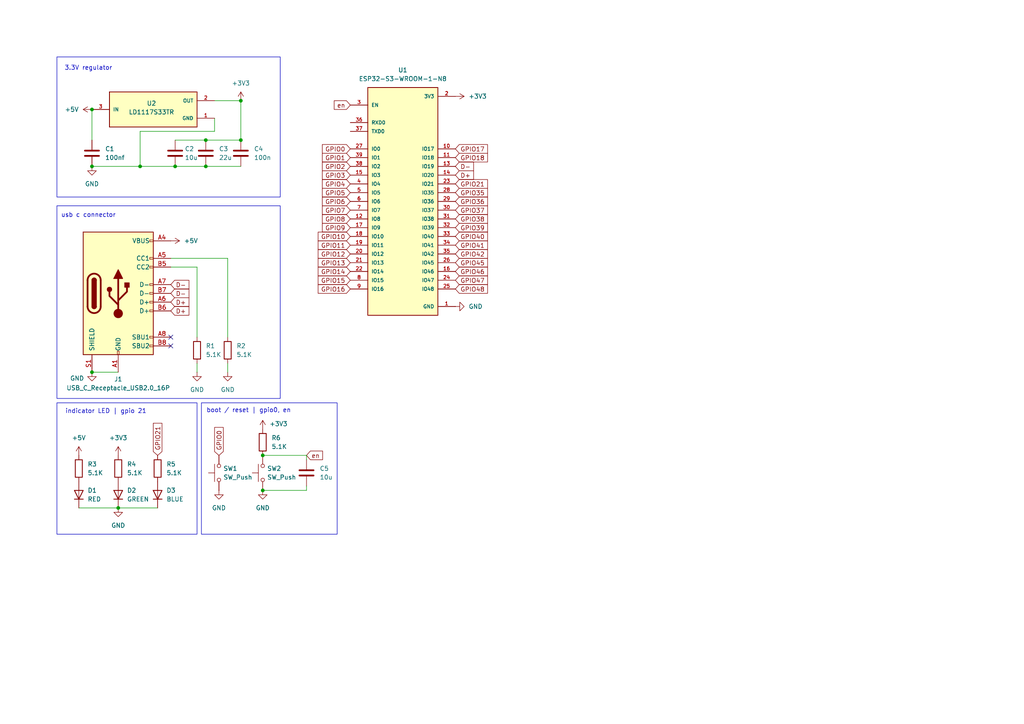
<source format=kicad_sch>
(kicad_sch (version 20250114) (generator "eeschema") (generator_version "9.0")
  (paper "A4")
  (lib_symbols
    (symbol "Connector:USB_C_Receptacle_USB2.0_16P" (pin_names (offset 1.016))
      (property "Reference" "J" (at 0 22.225 0))
      (property "Value" "USB_C_Receptacle_USB2.0_16P" (at 0 19.685 0))
      (symbol "USB_C_Receptacle_USB2.0_16P_0_0"
        (rectangle (start -0.254 -17.78) (end 0.254 -16.764))
        (rectangle (start 10.16 15.494) (end 9.144 14.986))
        (rectangle (start 10.16 10.414) (end 9.144 9.906))
        (rectangle (start 10.16 7.874) (end 9.144 7.366))
        (rectangle (start 10.16 2.794) (end 9.144 2.286))
        (rectangle (start 10.16 0.254) (end 9.144 -0.254))
        (rectangle (start 10.16 -2.286) (end 9.144 -2.794))
        (rectangle (start 10.16 -4.826) (end 9.144 -5.334))
        (rectangle (start 10.16 -12.446) (end 9.144 -12.954))
        (rectangle (start 10.16 -14.986) (end 9.144 -15.494))
      )
      (symbol "USB_C_Receptacle_USB2.0_16P_0_1"
        (rectangle (start -10.16 17.78) (end 10.16 -17.78) (stroke (width 0.254)) (fill (type background)))
        (polyline (pts (xy -8.89 -3.81) (xy -8.89 3.81)) (stroke (width 0.508)))
        (rectangle (start -7.62 -3.81) (end -6.35 3.81) (stroke (width 0.254)) (fill (type outline)))
        (arc (start -7.62 3.81) (mid -6.985 4.4423) (end -6.35 3.81) (stroke (width 0.254)))
        (arc (start -7.62 3.81) (mid -6.985 4.4423) (end -6.35 3.81) (stroke (width 0.254)) (fill (type outline)))
        (arc (start -8.89 3.81) (mid -6.985 5.7067) (end -5.08 3.81) (stroke (width 0.508)))
        (arc (start -5.08 -3.81) (mid -6.985 -5.7067) (end -8.89 -3.81) (stroke (width 0.508)))
        (arc (start -6.35 -3.81) (mid -6.985 -4.4423) (end -7.62 -3.81) (stroke (width 0.254)))
        (arc (start -6.35 -3.81) (mid -6.985 -4.4423) (end -7.62 -3.81) (stroke (width 0.254)) (fill (type outline)))
        (polyline (pts (xy -5.08 3.81) (xy -5.08 -3.81)) (stroke (width 0.508)))
        (circle (center -2.54 1.143) (radius 0.635) (stroke (width 0.254)) (fill (type outline)))
        (polyline (pts (xy -1.27 4.318) (xy 0 6.858) (xy 1.27 4.318) (xy -1.27 4.318)) (stroke (width 0.254)) (fill (type outline)))
        (polyline (pts (xy 0 -2.032) (xy 2.54 0.508) (xy 2.54 1.778)) (stroke (width 0.508)))
        (polyline (pts (xy 0 -3.302) (xy -2.54 -0.762) (xy -2.54 0.508)) (stroke (width 0.508)))
        (polyline (pts (xy 0 -5.842) (xy 0 4.318)) (stroke (width 0.508)))
        (circle (center 0 -5.842) (radius 1.27) (fill (type outline)))
        (rectangle (start 1.905 1.778) (end 3.175 3.048) (stroke (width 0.254)) (fill (type outline)))
      )
      (symbol "USB_C_Receptacle_USB2.0_16P_1_1"
        (pin passive line (at -7.62 -22.86 90) (length 5.08) (name "SHIELD") (number "S1"))
        (pin passive line (at 0 -22.86 90) (length 5.08) (name "GND") (number "A1"))
        (pin passive line (at 0 -22.86 90) (length 5.08) (hide yes) (name "GND") (number "A12"))
        (pin passive line (at 0 -22.86 90) (length 5.08) (hide yes) (name "GND") (number "B1"))
        (pin passive line (at 0 -22.86 90) (length 5.08) (hide yes) (name "GND") (number "B12"))
        (pin passive line (at 15.24 15.24 180) (length 5.08) (name "VBUS") (number "A4"))
        (pin passive line (at 15.24 15.24 180) (length 5.08) (hide yes) (name "VBUS") (number "A9"))
        (pin passive line (at 15.24 15.24 180) (length 5.08) (hide yes) (name "VBUS") (number "B4"))
        (pin passive line (at 15.24 15.24 180) (length 5.08) (hide yes) (name "VBUS") (number "B9"))
        (pin bidirectional line (at 15.24 10.16 180) (length 5.08) (name "CC1") (number "A5"))
        (pin bidirectional line (at 15.24 7.62 180) (length 5.08) (name "CC2") (number "B5"))
        (pin bidirectional line (at 15.24 2.54 180) (length 5.08) (name "D-") (number "A7"))
        (pin bidirectional line (at 15.24 0 180) (length 5.08) (name "D-") (number "B7"))
        (pin bidirectional line (at 15.24 -2.54 180) (length 5.08) (name "D+") (number "A6"))
        (pin bidirectional line (at 15.24 -5.08 180) (length 5.08) (name "D+") (number "B6"))
        (pin bidirectional line (at 15.24 -12.7 180) (length 5.08) (name "SBU1") (number "A8"))
        (pin bidirectional line (at 15.24 -15.24 180) (length 5.08) (name "SBU2") (number "B8"))
      )
    )
    (symbol "Device:C" (pin_numbers (hide yes)) (pin_names (offset 0.254))
      (property "Reference" "C" (at 0.635 2.54 0))
      (property "Value" "C" (at 0.635 -2.54 0))
      (symbol "C_0_1"
        (polyline (pts (xy -2.032 0.762) (xy 2.032 0.762)) (stroke (width 0.508)))
        (polyline (pts (xy -2.032 -0.762) (xy 2.032 -0.762)) (stroke (width 0.508)))
      )
      (symbol "C_1_1"
        (pin passive line (at 0 3.81 270) (length 2.794) (name "~") (number "1"))
        (pin passive line (at 0 -3.81 90) (length 2.794) (name "~") (number "2"))
      )
    )
    (symbol "Device:D" (pin_numbers (hide yes)) (pin_names (offset 1.016) (hide yes))
      (property "Reference" "D" (at 0 2.54 0))
      (property "Value" "D" (at 0 -2.54 0))
      (symbol "D_0_1"
        (polyline (pts (xy -1.27 1.27) (xy -1.27 -1.27)) (stroke (width 0.254)))
        (polyline (pts (xy 1.27 1.27) (xy 1.27 -1.27) (xy -1.27 0) (xy 1.27 1.27)) (stroke (width 0.254)))
        (polyline (pts (xy 1.27 0) (xy -1.27 0)))
      )
      (symbol "D_1_1"
        (pin passive line (at -3.81 0 0) (length 2.54) (name "K") (number "1"))
        (pin passive line (at 3.81 0 180) (length 2.54) (name "A") (number "2"))
      )
    )
    (symbol "Device:R" (pin_numbers (hide yes)) (pin_names (offset 0))
      (property "Reference" "R" (at 2.032 0 90))
      (property "Value" "R" (at 0 0 90))
      (symbol "R_0_1"
        (rectangle (start -1.016 -2.54) (end 1.016 2.54) (stroke (width 0.254)))
      )
      (symbol "R_1_1"
        (pin passive line (at 0 3.81 270) (length 1.27) (name "~") (number "1"))
        (pin passive line (at 0 -3.81 90) (length 1.27) (name "~") (number "2"))
      )
    )
    (symbol "Switch:SW_Push" (pin_numbers (hide yes)) (pin_names (offset 1.016) (hide yes))
      (property "Reference" "SW" (at 1.27 2.54 0))
      (property "Value" "SW_Push" (at 0 -1.524 0))
      (symbol "SW_Push_0_1"
        (circle (center -2.032 0) (radius 0.508))
        (polyline (pts (xy 0 1.27) (xy 0 3.048)))
        (circle (center 2.032 0) (radius 0.508))
        (polyline (pts (xy 2.54 1.27) (xy -2.54 1.27)))
        (pin passive line (at -5.08 0 0) (length 2.54) (name "1") (number "1"))
        (pin passive line (at 5.08 0 180) (length 2.54) (name "2") (number "2"))
      )
    )
    (symbol "motorpcb i think:ESP32-S3-WROOM-1-N8" (pin_names (offset 1.016))
      (property "Reference" "U" (at -10.16 31.5722 0))
      (property "Value" "ESP32-S3-WROOM-1-N8" (at -10.16 -38.1 0))
      (symbol "ESP32-S3-WROOM-1-N8_0_0"
        (rectangle (start -10.16 -35.56) (end 10.16 30.48) (stroke (width 0.254)) (fill (type background)))
        (pin input line (at -15.24 25.4 0) (length 5.08) (name "EN") (number "3"))
        (pin bidirectional line (at -15.24 20.32 0) (length 5.08) (name "RXD0") (number "36"))
        (pin bidirectional line (at -15.24 17.78 0) (length 5.08) (name "TXD0") (number "37"))
        (pin bidirectional line (at -15.24 12.7 0) (length 5.08) (name "IO0") (number "27"))
        (pin bidirectional line (at -15.24 10.16 0) (length 5.08) (name "IO1") (number "39"))
        (pin bidirectional line (at -15.24 7.62 0) (length 5.08) (name "IO2") (number "38"))
        (pin bidirectional line (at -15.24 5.08 0) (length 5.08) (name "IO3") (number "15"))
        (pin bidirectional line (at -15.24 2.54 0) (length 5.08) (name "IO4") (number "4"))
        (pin bidirectional line (at -15.24 0 0) (length 5.08) (name "IO5") (number "5"))
        (pin bidirectional line (at -15.24 -2.54 0) (length 5.08) (name "IO6") (number "6"))
        (pin bidirectional line (at -15.24 -5.08 0) (length 5.08) (name "IO7") (number "7"))
        (pin bidirectional line (at -15.24 -7.62 0) (length 5.08) (name "IO8") (number "12"))
        (pin bidirectional line (at -15.24 -10.16 0) (length 5.08) (name "IO9") (number "17"))
        (pin bidirectional line (at -15.24 -12.7 0) (length 5.08) (name "IO10") (number "18"))
        (pin bidirectional line (at -15.24 -15.24 0) (length 5.08) (name "IO11") (number "19"))
        (pin bidirectional line (at -15.24 -17.78 0) (length 5.08) (name "IO12") (number "20"))
        (pin bidirectional line (at -15.24 -20.32 0) (length 5.08) (name "IO13") (number "21"))
        (pin bidirectional line (at -15.24 -22.86 0) (length 5.08) (name "IO14") (number "22"))
        (pin bidirectional line (at -15.24 -25.4 0) (length 5.08) (name "IO15") (number "8"))
        (pin bidirectional line (at -15.24 -27.94 0) (length 5.08) (name "IO16") (number "9"))
        (pin power_in line (at 15.24 27.94 180) (length 5.08) (name "3V3") (number "2"))
        (pin bidirectional line (at 15.24 12.7 180) (length 5.08) (name "IO17") (number "10"))
        (pin bidirectional line (at 15.24 10.16 180) (length 5.08) (name "IO18") (number "11"))
        (pin bidirectional line (at 15.24 7.62 180) (length 5.08) (name "IO19") (number "13"))
        (pin bidirectional line (at 15.24 5.08 180) (length 5.08) (name "IO20") (number "14"))
        (pin bidirectional line (at 15.24 2.54 180) (length 5.08) (name "IO21") (number "23"))
        (pin bidirectional line (at 15.24 0 180) (length 5.08) (name "IO35") (number "28"))
        (pin bidirectional line (at 15.24 -2.54 180) (length 5.08) (name "IO36") (number "29"))
        (pin bidirectional line (at 15.24 -5.08 180) (length 5.08) (name "IO37") (number "30"))
        (pin bidirectional line (at 15.24 -7.62 180) (length 5.08) (name "IO38") (number "31"))
        (pin bidirectional line (at 15.24 -10.16 180) (length 5.08) (name "IO39") (number "32"))
        (pin bidirectional line (at 15.24 -12.7 180) (length 5.08) (name "IO40") (number "33"))
        (pin bidirectional line (at 15.24 -15.24 180) (length 5.08) (name "IO41") (number "34"))
        (pin bidirectional line (at 15.24 -17.78 180) (length 5.08) (name "IO42") (number "35"))
        (pin bidirectional line (at 15.24 -20.32 180) (length 5.08) (name "IO45") (number "26"))
        (pin bidirectional line (at 15.24 -22.86 180) (length 5.08) (name "IO46") (number "16"))
        (pin bidirectional line (at 15.24 -25.4 180) (length 5.08) (name "IO47") (number "24"))
        (pin bidirectional line (at 15.24 -27.94 180) (length 5.08) (name "IO48") (number "25"))
        (pin power_in line (at 15.24 -33.02 180) (length 5.08) (name "GND") (number "1"))
        (pin power_in line (at 15.24 -33.02 180) (length 5.08) (hide yes) (name "GND") (number "40"))
        (pin power_in line (at 15.24 -33.02 180) (length 5.08) (hide yes) (name "GND") (number "41_1"))
        (pin power_in line (at 15.24 -33.02 180) (length 5.08) (hide yes) (name "GND") (number "41_2"))
        (pin power_in line (at 15.24 -33.02 180) (length 5.08) (hide yes) (name "GND") (number "41_3"))
        (pin power_in line (at 15.24 -33.02 180) (length 5.08) (hide yes) (name "GND") (number "41_4"))
        (pin power_in line (at 15.24 -33.02 180) (length 5.08) (hide yes) (name "GND") (number "41_5"))
        (pin power_in line (at 15.24 -33.02 180) (length 5.08) (hide yes) (name "GND") (number "41_6"))
        (pin power_in line (at 15.24 -33.02 180) (length 5.08) (hide yes) (name "GND") (number "41_7"))
        (pin power_in line (at 15.24 -33.02 180) (length 5.08) (hide yes) (name "GND") (number "41_8"))
        (pin power_in line (at 15.24 -33.02 180) (length 5.08) (hide yes) (name "GND") (number "41_9"))
      )
    )
    (symbol "motorpcb i think:LD1117S33TR" (pin_names (offset 1.016))
      (property "Reference" "U" (at -10.1695 7.6271 0))
      (property "Value" "LD1117S33TR" (at -12.7227 -7.6336 0))
      (symbol "LD1117S33TR_0_0"
        (rectangle (start -12.7 -5.08) (end 12.7 5.08) (stroke (width 0.254)) (fill (type background)))
        (pin input line (at -17.78 0 0) (length 5.08) (name "IN") (number "3"))
        (pin output line (at 17.78 2.54 180) (length 5.08) (name "OUT") (number "2"))
        (pin output line (at 17.78 2.54 180) (length 5.08) (hide yes) (name "OUT") (number "4"))
        (pin power_in line (at 17.78 -2.54 180) (length 5.08) (name "GND") (number "1"))
      )
    )
    (symbol "power:+3V3" (power) (pin_numbers (hide yes)) (pin_names (offset 0) (hide yes))
      (property "Value" "+3V3" (at 0 3.556 0))
      (symbol "+3V3_0_1"
        (polyline (pts (xy -0.762 1.27) (xy 0 2.54)))
        (polyline (pts (xy 0 2.54) (xy 0.762 1.27)))
        (polyline (pts (xy 0 0) (xy 0 2.54)))
      )
      (symbol "+3V3_1_1"
        (pin power_in line (at 0 0 90) (length 0) (name "~") (number "1"))
      )
    )
    (symbol "power:+5V" (power) (pin_numbers (hide yes)) (pin_names (offset 0) (hide yes))
      (property "Value" "+5V" (at 0 3.556 0))
      (symbol "+5V_0_1"
        (polyline (pts (xy -0.762 1.27) (xy 0 2.54)))
        (polyline (pts (xy 0 2.54) (xy 0.762 1.27)))
        (polyline (pts (xy 0 0) (xy 0 2.54)))
      )
      (symbol "+5V_1_1"
        (pin power_in line (at 0 0 90) (length 0) (name "~") (number "1"))
      )
    )
    (symbol "power:GND" (power) (pin_numbers (hide yes)) (pin_names (offset 0) (hide yes))
      (property "Value" "GND" (at 0 -3.81 0))
      (symbol "GND_0_1"
        (polyline (pts (xy 0 0) (xy 0 -1.27) (xy 1.27 -1.27) (xy 0 -2.54) (xy -1.27 -1.27) (xy 0 -1.27)))
      )
      (symbol "GND_1_1"
        (pin power_in line (at 0 0 270) (length 0) (name "~") (number "1"))
      )
    )
  )
  (rectangle (start 16.51 116.84) (end 57.15 154.94))
  (rectangle (start 58.42 116.84) (end 97.79 154.94))
  (rectangle (start 16.51 16.51) (end 81.28 57.15))
  (rectangle (start 16.51 59.69) (end 81.28 115.57))
  (text "3.3V regulator\n" (at 25.654 19.812 0) (effects (font (size 1.27 1.27))))
  (text "usb c connector\n" (at 25.654 62.484 0) (effects (font (size 1.27 1.27))))
  (text "indicator LED | gpio 21\n" (at 30.734 119.38 0) (effects (font (size 1.27 1.27))))
  (text "boot / reset | gpio0, en\n\n" (at 72.136 120.142 0) (effects (font (size 1.27 1.27))))
  (junction (at 69.85 29.21))
  (junction (at 26.67 107.95))
  (junction (at 76.2 132.08))
  (junction (at 76.2 142.24))
  (junction (at 50.8 48.26))
  (junction (at 69.85 40.64))
  (junction (at 26.67 31.75))
  (junction (at 59.69 40.64))
  (junction (at 59.69 48.26))
  (junction (at 34.29 147.32))
  (junction (at 26.67 48.26))
  (junction (at 40.64 48.26))
  (no_connect (at 49.53 97.79))
  (no_connect (at 49.53 100.33))
  (wire (pts (xy 66.04 74.93) (xy 49.53 74.93)))
  (wire (pts (xy 50.8 48.26) (xy 59.69 48.26)))
  (wire (pts (xy 88.9 142.24) (xy 76.2 142.24)))
  (wire (pts (xy 66.04 97.79) (xy 66.04 74.93)))
  (wire (pts (xy 26.67 31.75) (xy 26.67 40.64)))
  (wire (pts (xy 22.86 147.32) (xy 34.29 147.32)))
  (wire (pts (xy 62.23 34.29) (xy 62.23 38.1)))
  (wire (pts (xy 88.9 133.35) (xy 88.9 132.08)))
  (wire (pts (xy 57.15 105.41) (xy 57.15 107.95)))
  (wire (pts (xy 57.15 77.47) (xy 49.53 77.47)))
  (wire (pts (xy 62.23 29.21) (xy 69.85 29.21)))
  (wire (pts (xy 59.69 40.64) (xy 69.85 40.64)))
  (wire (pts (xy 57.15 97.79) (xy 57.15 77.47)))
  (wire (pts (xy 34.29 147.32) (xy 45.72 147.32)))
  (wire (pts (xy 62.23 38.1) (xy 40.64 38.1)))
  (wire (pts (xy 40.64 48.26) (xy 50.8 48.26)))
  (wire (pts (xy 88.9 140.97) (xy 88.9 142.24)))
  (wire (pts (xy 40.64 38.1) (xy 40.64 48.26)))
  (wire (pts (xy 69.85 29.21) (xy 69.85 40.64)))
  (wire (pts (xy 50.8 40.64) (xy 59.69 40.64)))
  (wire (pts (xy 26.67 48.26) (xy 40.64 48.26)))
  (wire (pts (xy 66.04 107.95) (xy 66.04 105.41)))
  (wire (pts (xy 88.9 132.08) (xy 76.2 132.08)))
  (wire (pts (xy 59.69 48.26) (xy 69.85 48.26)))
  (wire (pts (xy 26.67 107.95) (xy 34.29 107.95)))
  (global_label "GPIO1" (shape input) (at 101.6 45.72 180) (property "Intersheetrefs" "${INTERSHEET_REFS}" (effects (hide yes))))
  (global_label "GPIO15" (shape input) (at 101.6 81.28 180) (property "Intersheetrefs" "${INTERSHEET_REFS}" (effects (hide yes))))
  (global_label "GPIO12" (shape input) (at 101.6 73.66 180) (property "Intersheetrefs" "${INTERSHEET_REFS}" (effects (hide yes))))
  (global_label "GPIO6" (shape input) (at 101.6 58.42 180) (property "Intersheetrefs" "${INTERSHEET_REFS}" (effects (hide yes))))
  (global_label "GPIO4" (shape input) (at 101.6 53.34 180) (property "Intersheetrefs" "${INTERSHEET_REFS}" (effects (hide yes))))
  (global_label "GPIO36" (shape input) (at 132.08 58.42 0) (property "Intersheetrefs" "${INTERSHEET_REFS}" (effects (hide yes))))
  (global_label "GPIO39" (shape input) (at 132.08 66.04 0) (property "Intersheetrefs" "${INTERSHEET_REFS}" (effects (hide yes))))
  (global_label "GPIO37" (shape input) (at 132.08 60.96 0) (property "Intersheetrefs" "${INTERSHEET_REFS}" (effects (hide yes))))
  (global_label "GPIO16" (shape input) (at 101.6 83.82 180) (property "Intersheetrefs" "${INTERSHEET_REFS}" (effects (hide yes))))
  (global_label "GPIO5" (shape input) (at 101.6 55.88 180) (property "Intersheetrefs" "${INTERSHEET_REFS}" (effects (hide yes))))
  (global_label "D+" (shape input) (at 49.53 87.63 0) (property "Intersheetrefs" "${INTERSHEET_REFS}" (effects (hide yes))))
  (global_label "GPIO10" (shape input) (at 101.6 68.58 180) (property "Intersheetrefs" "${INTERSHEET_REFS}" (effects (hide yes))))
  (global_label "GPIO17" (shape input) (at 132.08 43.18 0) (property "Intersheetrefs" "${INTERSHEET_REFS}" (effects (hide yes))))
  (global_label "en" (shape input) (at 101.6 30.48 180) (property "Intersheetrefs" "${INTERSHEET_REFS}" (effects (hide yes))))
  (global_label "D-" (shape input) (at 49.53 82.55 0) (property "Intersheetrefs" "${INTERSHEET_REFS}" (effects (hide yes))))
  (global_label "en" (shape input) (at 88.9 132.08 0) (property "Intersheetrefs" "${INTERSHEET_REFS}" (effects (hide yes))))
  (global_label "GPIO0" (shape input) (at 63.5 132.08 90) (property "Intersheetrefs" "${INTERSHEET_REFS}" (effects (hide yes))))
  (global_label "GPIO18" (shape input) (at 132.08 45.72 0) (property "Intersheetrefs" "${INTERSHEET_REFS}" (effects (hide yes))))
  (global_label "GPIO42" (shape input) (at 132.08 73.66 0) (property "Intersheetrefs" "${INTERSHEET_REFS}" (effects (hide yes))))
  (global_label "GPIO13" (shape input) (at 101.6 76.2 180) (property "Intersheetrefs" "${INTERSHEET_REFS}" (effects (hide yes))))
  (global_label "GPIO21" (shape input) (at 132.08 53.34 0) (property "Intersheetrefs" "${INTERSHEET_REFS}" (effects (hide yes))))
  (global_label "GPIO11" (shape input) (at 101.6 71.12 180) (property "Intersheetrefs" "${INTERSHEET_REFS}" (effects (hide yes))))
  (global_label "GPIO40" (shape input) (at 132.08 68.58 0) (property "Intersheetrefs" "${INTERSHEET_REFS}" (effects (hide yes))))
  (global_label "GPIO45" (shape input) (at 132.08 76.2 0) (property "Intersheetrefs" "${INTERSHEET_REFS}" (effects (hide yes))))
  (global_label "D-" (shape input) (at 132.08 48.26 0) (property "Intersheetrefs" "${INTERSHEET_REFS}" (effects (hide yes))))
  (global_label "GPIO0" (shape input) (at 101.6 43.18 180) (property "Intersheetrefs" "${INTERSHEET_REFS}" (effects (hide yes))))
  (global_label "GPIO7" (shape input) (at 101.6 60.96 180) (property "Intersheetrefs" "${INTERSHEET_REFS}" (effects (hide yes))))
  (global_label "GPIO48" (shape input) (at 132.08 83.82 0) (property "Intersheetrefs" "${INTERSHEET_REFS}" (effects (hide yes))))
  (global_label "GPIO9" (shape input) (at 101.6 66.04 180) (property "Intersheetrefs" "${INTERSHEET_REFS}" (effects (hide yes))))
  (global_label "D+" (shape input) (at 49.53 90.17 0) (property "Intersheetrefs" "${INTERSHEET_REFS}" (effects (hide yes))))
  (global_label "GPIO47" (shape input) (at 132.08 81.28 0) (property "Intersheetrefs" "${INTERSHEET_REFS}" (effects (hide yes))))
  (global_label "D-" (shape input) (at 49.53 85.09 0) (property "Intersheetrefs" "${INTERSHEET_REFS}" (effects (hide yes))))
  (global_label "D+" (shape input) (at 132.08 50.8 0) (property "Intersheetrefs" "${INTERSHEET_REFS}" (effects (hide yes))))
  (global_label "GPIO46" (shape input) (at 132.08 78.74 0) (property "Intersheetrefs" "${INTERSHEET_REFS}" (effects (hide yes))))
  (global_label "GPIO8" (shape input) (at 101.6 63.5 180) (property "Intersheetrefs" "${INTERSHEET_REFS}" (effects (hide yes))))
  (global_label "GPIO3" (shape input) (at 101.6 50.8 180) (property "Intersheetrefs" "${INTERSHEET_REFS}" (effects (hide yes))))
  (global_label "GPIO35" (shape input) (at 132.08 55.88 0) (property "Intersheetrefs" "${INTERSHEET_REFS}" (effects (hide yes))))
  (global_label "GPIO14" (shape input) (at 101.6 78.74 180) (property "Intersheetrefs" "${INTERSHEET_REFS}" (effects (hide yes))))
  (global_label "GPIO21" (shape input) (at 45.72 132.08 90) (property "Intersheetrefs" "${INTERSHEET_REFS}" (effects (hide yes))))
  (global_label "GPIO41" (shape input) (at 132.08 71.12 0) (property "Intersheetrefs" "${INTERSHEET_REFS}" (effects (hide yes))))
  (global_label "GPIO2" (shape input) (at 101.6 48.26 180) (property "Intersheetrefs" "${INTERSHEET_REFS}" (effects (hide yes))))
  (global_label "GPIO38" (shape input) (at 132.08 63.5 0) (property "Intersheetrefs" "${INTERSHEET_REFS}" (effects (hide yes))))
  (symbol (lib_id "power:+3V3") (at 132.08 27.94 270) (unit 1)
    (property "Reference" "#PWR05" (effects (hide yes)))
    (property "Value" "+3V3" (at 135.89 27.9399 90) (effects (justify left)))
    (property "Description" "Power symbol creates a global label with name \"+3V3\"" (effects (hide yes)))
  )
  (symbol (lib_id "Device:C") (at 26.67 44.45 0) (unit 1)
    (property "Reference" "C1" (at 30.48 43.1799 0) (effects (justify left)))
    (property "Value" "100nf" (at 30.48 45.7199 0) (effects (justify left)))
    (property "Description" "Unpolarized capacitor" (effects (hide yes)))
  )
  (symbol (lib_id "Device:R") (at 66.04 101.6 0) (unit 1)
    (property "Reference" "R2" (at 68.58 100.3299 0) (effects (justify left)))
    (property "Value" "5.1K" (at 68.58 102.8699 0) (effects (justify left)))
    (property "Description" "Resistor" (effects (hide yes)))
  )
  (symbol (lib_id "power:GND") (at 26.67 107.95 0) (unit 1)
    (property "Reference" "#PWR015" (effects (hide yes)))
    (property "Value" "GND" (at 22.352 109.728 0))
    (property "Description" "Power symbol creates a global label with name \"GND\" , ground" (effects (hide yes)))
  )
  (symbol (lib_id "power:+5V") (at 22.86 132.08 0) (unit 1)
    (property "Reference" "#PWR08" (effects (hide yes)))
    (property "Value" "+5V" (at 22.86 127 0))
    (property "Description" "Power symbol creates a global label with name \"+5V\"" (effects (hide yes)))
  )
  (symbol (lib_id "Device:C") (at 50.8 44.45 0) (unit 1)
    (property "Reference" "C2" (at 53.594 43.18 0) (effects (justify left)))
    (property "Value" "10u" (at 53.594 45.72 0) (effects (justify left)))
    (property "Description" "Unpolarized capacitor" (effects (hide yes)))
  )
  (symbol (lib_id "Device:R") (at 76.2 128.27 0) (unit 1)
    (property "Reference" "R6" (at 78.74 126.9999 0) (effects (justify left)))
    (property "Value" "5.1K" (at 78.74 129.5399 0) (effects (justify left)))
    (property "Description" "Resistor" (effects (hide yes)))
  )
  (symbol (lib_id "power:GND") (at 132.08 88.9 90) (unit 1)
    (property "Reference" "#PWR01" (effects (hide yes)))
    (property "Value" "GND" (at 135.89 88.8999 90) (effects (justify right)))
    (property "Description" "Power symbol creates a global label with name \"GND\" , ground" (effects (hide yes)))
  )
  (symbol (lib_id "power:GND") (at 76.2 142.24 0) (unit 1)
    (property "Reference" "#PWR013" (effects (hide yes)))
    (property "Value" "GND" (at 76.2 147.32 0))
    (property "Description" "Power symbol creates a global label with name \"GND\" , ground" (effects (hide yes)))
  )
  (symbol (lib_id "power:+3V3") (at 34.29 132.08 0) (unit 1)
    (property "Reference" "#PWR09" (effects (hide yes)))
    (property "Value" "+3V3" (at 34.29 127 0))
    (property "Description" "Power symbol creates a global label with name \"+3V3\"" (effects (hide yes)))
  )
  (symbol (lib_id "Device:C") (at 88.9 137.16 0) (unit 1)
    (property "Reference" "C5" (at 92.71 135.8899 0) (effects (justify left)))
    (property "Value" "10u" (at 92.71 138.4299 0) (effects (justify left)))
    (property "Description" "Unpolarized capacitor" (effects (hide yes)))
  )
  (symbol (lib_id "power:GND") (at 63.5 142.24 0) (unit 1)
    (property "Reference" "#PWR011" (effects (hide yes)))
    (property "Value" "GND" (at 63.5 147.32 0))
    (property "Description" "Power symbol creates a global label with name \"GND\" , ground" (effects (hide yes)))
  )
  (symbol (lib_id "Device:R") (at 22.86 135.89 0) (unit 1)
    (property "Reference" "R3" (at 25.4 134.6199 0) (effects (justify left)))
    (property "Value" "5.1K" (at 25.4 137.1599 0) (effects (justify left)))
    (property "Description" "Resistor" (effects (hide yes)))
  )
  (symbol (lib_id "Device:R") (at 57.15 101.6 0) (unit 1)
    (property "Reference" "R1" (at 59.69 100.3299 0) (effects (justify left)))
    (property "Value" "5.1K" (at 59.69 102.8699 0) (effects (justify left)))
    (property "Description" "Resistor" (effects (hide yes)))
  )
  (symbol (lib_id "Device:D") (at 45.72 143.51 90) (unit 1)
    (property "Reference" "D3" (at 48.26 142.2399 90) (effects (justify right)))
    (property "Value" "BLUE" (at 48.26 144.7799 90) (effects (justify right)))
    (property "Description" "Diode" (effects (hide yes)))
    (property "Sim.Device" "D" (effects (hide yes)))
    (property "Sim.Pins" "1=K 2=A" (effects (hide yes)))
  )
  (symbol (lib_id "motorpcb i think:ESP32-S3-WROOM-1-N8") (at 116.84 55.88 0) (unit 1)
    (property "Reference" "U1" (at 116.84 20.32 0))
    (property "Value" "ESP32-S3-WROOM-1-N8" (at 116.84 22.86 0))
    (property "Footprint" "ESP32-S3-WROOM-1-N8:XCVR_ESP32-S3-WROOM-1-N8" (effects (hide yes)))
    (property "MF" "Espressif Systems" (effects (hide yes)))
    (property "DESCRIPTION" "Bluetooth, WiFi 802.11b/g/n, Bluetooth v5.0 Transceiver Module 2.4GHz PCB Trace Surface Mount" (effects (hide yes)))
    (property "PACKAGE" "None" (effects (hide yes)))
    (property "PRICE" "None" (effects (hide yes)))
    (property "Package" "NON STANDARD Espressif Systems" (effects (hide yes)))
    (property "Check_prices" "https://www.snapeda.com/parts/ESP32-S3-WROOM-1-N8/Espressif+Systems/view-part/?ref=eda" (effects (hide yes)))
    (property "Price" "None" (effects (hide yes)))
    (property "SnapEDA_Link" "https://www.snapeda.com/parts/ESP32-S3-WROOM-1-N8/Espressif+Systems/view-part/?ref=snap" (effects (hide yes)))
    (property "MP" "ESP32-S3-WROOM-1-N8" (effects (hide yes)))
    (property "Description_1" "WiFi 802.11a/b/g/n, Bluetooth v5.0 Transceiver Module 2.4GHz Antenna Not Included -" (effects (hide yes)))
    (property "Availability" "In Stock" (effects (hide yes)))
    (property "AVAILABILITY" "In Stock" (effects (hide yes)))
    (property "PURCHASE-URL" "https://pricing.snapeda.com/search/part/ESP32-S3-WROOM-1-N8R8/?ref=eda" (effects (hide yes)))
  )
  (symbol (lib_id "Device:R") (at 34.29 135.89 0) (unit 1)
    (property "Reference" "R4" (at 36.83 134.6199 0) (effects (justify left)))
    (property "Value" "5.1K" (at 36.83 137.1599 0) (effects (justify left)))
    (property "Description" "Resistor" (effects (hide yes)))
  )
  (symbol (lib_id "power:GND") (at 26.67 48.26 0) (unit 1)
    (property "Reference" "#PWR03" (effects (hide yes)))
    (property "Value" "GND" (at 26.67 53.34 0))
    (property "Description" "Power symbol creates a global label with name \"GND\" , ground" (effects (hide yes)))
  )
  (symbol (lib_id "power:GND") (at 57.15 107.95 0) (unit 1)
    (property "Reference" "#PWR07" (effects (hide yes)))
    (property "Value" "GND" (at 57.15 113.03 0))
    (property "Description" "Power symbol creates a global label with name \"GND\" , ground" (effects (hide yes)))
  )
  (symbol (lib_id "power:+3V3") (at 76.2 124.46 0) (unit 1)
    (property "Reference" "#PWR012" (effects (hide yes)))
    (property "Value" "+3V3" (at 80.772 122.936 0))
    (property "Description" "Power symbol creates a global label with name \"+3V3\"" (effects (hide yes)))
  )
  (symbol (lib_id "Switch:SW_Push") (at 63.5 137.16 90) (unit 1)
    (property "Reference" "SW1" (at 64.77 135.8899 90) (effects (justify right)))
    (property "Value" "SW_Push" (at 64.77 138.4299 90) (effects (justify right)))
    (property "Description" "Push button switch, generic, two pins" (effects (hide yes)))
  )
  (symbol (lib_id "Connector:USB_C_Receptacle_USB2.0_16P") (at 34.29 85.09 0) (unit 1)
    (property "Reference" "J1" (at 34.29 109.982 0))
    (property "Value" "USB_C_Receptacle_USB2.0_16P" (at 34.29 112.522 0))
    (property "Datasheet" "https://www.usb.org/sites/default/files/documents/usb_type-c.zip" (effects (hide yes)))
    (property "Description" "USB 2.0-only 16P Type-C Receptacle connector" (effects (hide yes)))
  )
  (symbol (lib_id "Switch:SW_Push") (at 76.2 137.16 90) (unit 1)
    (property "Reference" "SW2" (at 77.47 135.8899 90) (effects (justify right)))
    (property "Value" "SW_Push" (at 77.47 138.4299 90) (effects (justify right)))
    (property "Description" "Push button switch, generic, two pins" (effects (hide yes)))
  )
  (symbol (lib_id "power:GND") (at 34.29 147.32 0) (unit 1)
    (property "Reference" "#PWR010" (effects (hide yes)))
    (property "Value" "GND" (at 34.29 152.4 0))
    (property "Description" "Power symbol creates a global label with name \"GND\" , ground" (effects (hide yes)))
  )
  (symbol (lib_id "Device:R") (at 45.72 135.89 0) (unit 1)
    (property "Reference" "R5" (at 48.26 134.6199 0) (effects (justify left)))
    (property "Value" "5.1K" (at 48.26 137.1599 0) (effects (justify left)))
    (property "Description" "Resistor" (effects (hide yes)))
  )
  (symbol (lib_id "Device:C") (at 59.69 44.45 0) (unit 1)
    (property "Reference" "C3" (at 63.5 43.1799 0) (effects (justify left)))
    (property "Value" "22u" (at 63.5 45.7199 0) (effects (justify left)))
    (property "Description" "Unpolarized capacitor" (effects (hide yes)))
  )
  (symbol (lib_id "Device:D") (at 34.29 143.51 90) (unit 1)
    (property "Reference" "D2" (at 36.83 142.2399 90) (effects (justify right)))
    (property "Value" "GREEN" (at 36.83 144.7799 90) (effects (justify right)))
    (property "Description" "Diode" (effects (hide yes)))
    (property "Sim.Device" "D" (effects (hide yes)))
    (property "Sim.Pins" "1=K 2=A" (effects (hide yes)))
  )
  (symbol (lib_id "power:+5V") (at 26.67 31.75 90) (unit 1)
    (property "Reference" "#PWR02" (effects (hide yes)))
    (property "Value" "+5V" (at 22.86 31.7499 90) (effects (justify left)))
    (property "Description" "Power symbol creates a global label with name \"+5V\"" (effects (hide yes)))
  )
  (symbol (lib_id "power:+5V") (at 49.53 69.85 270) (unit 1)
    (property "Reference" "#PWR06" (effects (hide yes)))
    (property "Value" "+5V" (at 53.34 69.8499 90) (effects (justify left)))
    (property "Description" "Power symbol creates a global label with name \"+5V\"" (effects (hide yes)))
  )
  (symbol (lib_id "power:+3V3") (at 69.85 29.21 0) (unit 1)
    (property "Reference" "#PWR04" (effects (hide yes)))
    (property "Value" "+3V3" (at 69.85 24.13 0))
    (property "Description" "Power symbol creates a global label with name \"+3V3\"" (effects (hide yes)))
  )
  (symbol (lib_id "Device:C") (at 69.85 44.45 0) (unit 1)
    (property "Reference" "C4" (at 73.66 43.1799 0) (effects (justify left)))
    (property "Value" "100n" (at 73.66 45.7199 0) (effects (justify left)))
    (property "Description" "Unpolarized capacitor" (effects (hide yes)))
  )
  (symbol (lib_id "power:GND") (at 66.04 107.95 0) (unit 1)
    (property "Reference" "#PWR014" (effects (hide yes)))
    (property "Value" "GND" (at 66.04 113.03 0))
    (property "Description" "Power symbol creates a global label with name \"GND\" , ground" (effects (hide yes)))
  )
  (symbol (lib_id "Device:D") (at 22.86 143.51 90) (unit 1)
    (property "Reference" "D1" (at 25.4 142.2399 90) (effects (justify right)))
    (property "Value" "RED" (at 25.4 144.7799 90) (effects (justify right)))
    (property "Description" "Diode" (effects (hide yes)))
    (property "Sim.Device" "D" (effects (hide yes)))
    (property "Sim.Pins" "1=K 2=A" (effects (hide yes)))
  )
  (symbol (lib_id "motorpcb i think:LD1117S33TR") (at 44.45 31.75 0) (unit 1)
    (property "Reference" "U2" (at 43.942 29.972 0))
    (property "Value" "LD1117S33TR" (at 43.942 32.512 0))
    (property "Footprint" "LD1117S33TR:SOT230P700X180-4N" (effects (hide yes)))
    (property "MF" "STMicroelectronics" (effects (hide yes)))
    (property "Description_1" "Linear Voltage Regulator IC Positive Fixed 1 Output  800mA SOT-223" (effects (hide yes)))
    (property "Package" "TO-261-4 STMicroelectronics" (effects (hide yes)))
    (property "Price" "None" (effects (hide yes)))
    (property "Check_prices" "https://www.snapeda.com/parts/LD1117S33TR/STMicroelectronics/view-part/?ref=eda" (effects (hide yes)))
    (property "SnapEDA_Link" "https://www.snapeda.com/parts/LD1117S33TR/STMicroelectronics/view-part/?ref=snap" (effects (hide yes)))
    (property "MP" "LD1117S33TR" (effects (hide yes)))
    (property "Availability" "In Stock" (effects (hide yes)))
    (property "MANUFACTURER" "ST Microelectronics" (effects (hide yes)))
  )
)
</source>
